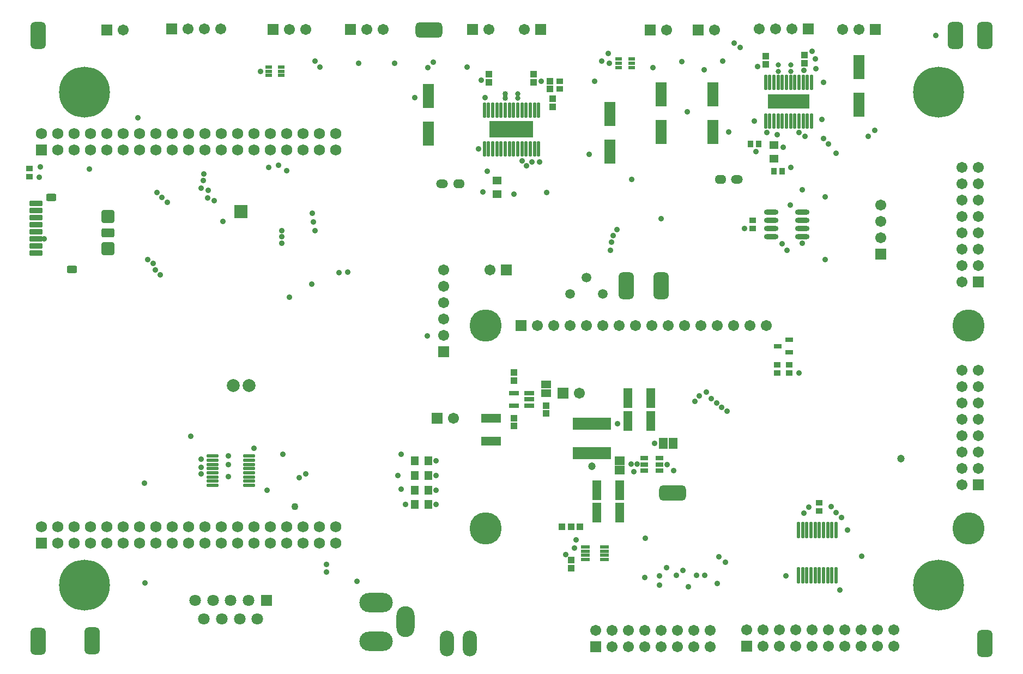
<source format=gts>
G04*
G04 #@! TF.GenerationSoftware,Altium Limited,Altium Designer,19.0.10 (269)*
G04*
G04 Layer_Color=8388736*
%FSLAX43Y43*%
%MOMM*%
G71*
G01*
G75*
G04:AMPARAMS|DCode=50|XSize=4.203mm|YSize=2.403mm|CornerRadius=0.652mm|HoleSize=0mm|Usage=FLASHONLY|Rotation=0.000|XOffset=0mm|YOffset=0mm|HoleType=Round|Shape=RoundedRectangle|*
%AMROUNDEDRECTD50*
21,1,4.203,1.100,0,0,0.0*
21,1,2.900,2.403,0,0,0.0*
1,1,1.303,1.450,-0.550*
1,1,1.303,-1.450,-0.550*
1,1,1.303,-1.450,0.550*
1,1,1.303,1.450,0.550*
%
%ADD50ROUNDEDRECTD50*%
%ADD51R,6.893X2.603*%
%ADD52O,0.553X2.403*%
G04:AMPARAMS|DCode=53|XSize=0.583mm|YSize=1.403mm|CornerRadius=0.143mm|HoleSize=0mm|Usage=FLASHONLY|Rotation=90.000|XOffset=0mm|YOffset=0mm|HoleType=Round|Shape=RoundedRectangle|*
%AMROUNDEDRECTD53*
21,1,0.583,1.116,0,0,90.0*
21,1,0.296,1.403,0,0,90.0*
1,1,0.287,0.558,0.148*
1,1,0.287,0.558,-0.148*
1,1,0.287,-0.558,-0.148*
1,1,0.287,-0.558,0.148*
%
%ADD53ROUNDEDRECTD53*%
%ADD54O,0.553X2.603*%
G04:AMPARAMS|DCode=55|XSize=2.003mm|YSize=2.003mm|CornerRadius=0.327mm|HoleSize=0mm|Usage=FLASHONLY|Rotation=90.000|XOffset=0mm|YOffset=0mm|HoleType=Round|Shape=RoundedRectangle|*
%AMROUNDEDRECTD55*
21,1,2.003,1.350,0,0,90.0*
21,1,1.350,2.003,0,0,90.0*
1,1,0.653,0.675,0.675*
1,1,0.653,0.675,-0.675*
1,1,0.653,-0.675,-0.675*
1,1,0.653,-0.675,0.675*
%
%ADD55ROUNDEDRECTD55*%
G04:AMPARAMS|DCode=56|XSize=1.403mm|YSize=2.003mm|CornerRadius=0.252mm|HoleSize=0mm|Usage=FLASHONLY|Rotation=90.000|XOffset=0mm|YOffset=0mm|HoleType=Round|Shape=RoundedRectangle|*
%AMROUNDEDRECTD56*
21,1,1.403,1.500,0,0,90.0*
21,1,0.900,2.003,0,0,90.0*
1,1,0.503,0.750,0.450*
1,1,0.503,0.750,-0.450*
1,1,0.503,-0.750,-0.450*
1,1,0.503,-0.750,0.450*
%
%ADD56ROUNDEDRECTD56*%
G04:AMPARAMS|DCode=57|XSize=1.103mm|YSize=1.603mm|CornerRadius=0.214mm|HoleSize=0mm|Usage=FLASHONLY|Rotation=90.000|XOffset=0mm|YOffset=0mm|HoleType=Round|Shape=RoundedRectangle|*
%AMROUNDEDRECTD57*
21,1,1.103,1.175,0,0,90.0*
21,1,0.675,1.603,0,0,90.0*
1,1,0.428,0.588,0.338*
1,1,0.428,0.588,-0.338*
1,1,0.428,-0.588,-0.338*
1,1,0.428,-0.588,0.338*
%
%ADD57ROUNDEDRECTD57*%
G04:AMPARAMS|DCode=58|XSize=0.903mm|YSize=2.003mm|CornerRadius=0.189mm|HoleSize=0mm|Usage=FLASHONLY|Rotation=90.000|XOffset=0mm|YOffset=0mm|HoleType=Round|Shape=RoundedRectangle|*
%AMROUNDEDRECTD58*
21,1,0.903,1.625,0,0,90.0*
21,1,0.525,2.003,0,0,90.0*
1,1,0.378,0.813,0.263*
1,1,0.378,0.813,-0.263*
1,1,0.378,-0.813,-0.263*
1,1,0.378,-0.813,0.263*
%
%ADD58ROUNDEDRECTD58*%
%ADD59R,6.403X2.203*%
%ADD60R,1.803X3.703*%
%ADD61R,1.403X1.653*%
%ADD62R,1.553X1.303*%
%ADD63R,3.103X1.353*%
%ADD64R,5.903X1.903*%
%ADD65R,1.303X1.403*%
%ADD66R,1.303X0.803*%
%ADD67R,1.053X0.953*%
%ADD68R,1.503X0.753*%
%ADD69O,1.903X0.553*%
%ADD70O,2.253X0.803*%
%ADD71R,1.003X0.503*%
%ADD72R,1.103X0.953*%
%ADD73R,1.053X0.903*%
%ADD74R,1.103X1.003*%
%ADD75R,1.353X3.103*%
%ADD76R,0.903X1.053*%
%ADD77R,1.003X1.103*%
%ADD78R,1.553X1.353*%
G04:AMPARAMS|DCode=79|XSize=4.203mm|YSize=2.403mm|CornerRadius=0.652mm|HoleSize=0mm|Usage=FLASHONLY|Rotation=90.000|XOffset=0mm|YOffset=0mm|HoleType=Round|Shape=RoundedRectangle|*
%AMROUNDEDRECTD79*
21,1,4.203,1.100,0,0,90.0*
21,1,2.900,2.403,0,0,90.0*
1,1,1.303,0.550,1.450*
1,1,1.303,0.550,-1.450*
1,1,1.303,-0.550,-1.450*
1,1,1.303,-0.550,1.450*
%
%ADD79ROUNDEDRECTD79*%
%ADD80R,1.403X1.303*%
%ADD81C,1.703*%
%ADD82R,1.703X1.703*%
%ADD83R,1.703X1.703*%
%ADD84C,5.003*%
%ADD85R,2.003X2.003*%
%ADD86C,2.003*%
%ADD87R,1.803X1.803*%
%ADD88C,1.803*%
%ADD89O,2.203X4.003*%
G04:AMPARAMS|DCode=90|XSize=5.203mm|YSize=3.003mm|CornerRadius=1.502mm|HoleSize=0mm|Usage=FLASHONLY|Rotation=0.000|XOffset=0mm|YOffset=0mm|HoleType=Round|Shape=RoundedRectangle|*
%AMROUNDEDRECTD90*
21,1,5.203,0.000,0,0,0.0*
21,1,2.200,3.003,0,0,0.0*
1,1,3.003,1.100,0.000*
1,1,3.003,-1.100,0.000*
1,1,3.003,-1.100,0.000*
1,1,3.003,1.100,0.000*
%
%ADD90ROUNDEDRECTD90*%
G04:AMPARAMS|DCode=91|XSize=4.803mm|YSize=2.803mm|CornerRadius=1.402mm|HoleSize=0mm|Usage=FLASHONLY|Rotation=270.000|XOffset=0mm|YOffset=0mm|HoleType=Round|Shape=RoundedRectangle|*
%AMROUNDEDRECTD91*
21,1,4.803,0.000,0,0,270.0*
21,1,2.000,2.803,0,0,270.0*
1,1,2.803,0.000,-1.000*
1,1,2.803,0.000,1.000*
1,1,2.803,0.000,1.000*
1,1,2.803,0.000,-1.000*
%
%ADD91ROUNDEDRECTD91*%
%ADD92C,1.503*%
%ADD93O,1.803X1.403*%
G04:AMPARAMS|DCode=94|XSize=1.803mm|YSize=1.403mm|CornerRadius=0.702mm|HoleSize=0mm|Usage=FLASHONLY|Rotation=0.000|XOffset=0mm|YOffset=0mm|HoleType=Round|Shape=RoundedRectangle|*
%AMROUNDEDRECTD94*
21,1,1.803,0.000,0,0,0.0*
21,1,0.400,1.403,0,0,0.0*
1,1,1.403,0.200,0.000*
1,1,1.403,-0.200,0.000*
1,1,1.403,-0.200,0.000*
1,1,1.403,0.200,0.000*
%
%ADD94ROUNDEDRECTD94*%
%ADD95C,1.753*%
%ADD96R,1.753X1.753*%
%ADD97C,7.903*%
%ADD98C,0.903*%
%ADD99C,1.103*%
%ADD100C,1.203*%
%ADD101C,0.803*%
%ADD102C,0.853*%
D50*
X151500Y77000D02*
D03*
X113700Y148900D02*
D03*
D51*
X126500Y133500D02*
D03*
D52*
X122275Y130500D02*
D03*
X122925D02*
D03*
X123575D02*
D03*
X124225D02*
D03*
X124875D02*
D03*
X125525D02*
D03*
X126175D02*
D03*
X126825D02*
D03*
X127475D02*
D03*
X128125D02*
D03*
X128775D02*
D03*
X129425D02*
D03*
X130075D02*
D03*
X130725D02*
D03*
X122275Y136500D02*
D03*
X122925D02*
D03*
X123575D02*
D03*
X124225D02*
D03*
X124875D02*
D03*
X125525D02*
D03*
X126175D02*
D03*
X126825D02*
D03*
X127475D02*
D03*
X128125D02*
D03*
X128775D02*
D03*
X129425D02*
D03*
X130075D02*
D03*
X130725D02*
D03*
X173125Y140800D02*
D03*
X172475D02*
D03*
X171825D02*
D03*
X171175D02*
D03*
X170525D02*
D03*
X169875D02*
D03*
X169225D02*
D03*
X168575D02*
D03*
X167925D02*
D03*
X167275D02*
D03*
X166625D02*
D03*
X165975D02*
D03*
Y134800D02*
D03*
X166625D02*
D03*
X173125D02*
D03*
X172475D02*
D03*
X171825D02*
D03*
X171175D02*
D03*
X170525D02*
D03*
X169875D02*
D03*
X169225D02*
D03*
X168575D02*
D03*
X167925D02*
D03*
X167275D02*
D03*
D53*
X138000Y68650D02*
D03*
Y68000D02*
D03*
Y67350D02*
D03*
Y66700D02*
D03*
X140950D02*
D03*
Y67350D02*
D03*
Y68000D02*
D03*
Y68650D02*
D03*
D54*
X176925Y71250D02*
D03*
X176275D02*
D03*
X175625D02*
D03*
X174975D02*
D03*
X174325D02*
D03*
X173675D02*
D03*
X173025D02*
D03*
X172375D02*
D03*
X171725D02*
D03*
X171075D02*
D03*
X176925Y64250D02*
D03*
X176275D02*
D03*
X175625D02*
D03*
X174975D02*
D03*
X174325D02*
D03*
X173675D02*
D03*
X173025D02*
D03*
X172375D02*
D03*
X171725D02*
D03*
X171075D02*
D03*
D55*
X63800Y119960D02*
D03*
Y114960D02*
D03*
D56*
Y117460D02*
D03*
D57*
X58250Y111789D02*
D03*
X55000Y122960D02*
D03*
D58*
X52600Y121970D02*
D03*
Y120870D02*
D03*
Y119770D02*
D03*
Y118670D02*
D03*
Y117570D02*
D03*
Y116470D02*
D03*
Y115370D02*
D03*
Y114270D02*
D03*
D59*
X169550Y137800D02*
D03*
D60*
X180500Y137350D02*
D03*
Y143150D02*
D03*
X149750Y138900D02*
D03*
Y133100D02*
D03*
X157750Y138900D02*
D03*
Y133100D02*
D03*
X141750Y130050D02*
D03*
Y135850D02*
D03*
X113550Y132850D02*
D03*
Y138650D02*
D03*
D61*
X151610Y84750D02*
D03*
X150110D02*
D03*
D62*
X131850Y93916D02*
D03*
Y92516D02*
D03*
D63*
X123325Y85112D02*
D03*
Y88662D02*
D03*
D64*
X139000Y83250D02*
D03*
Y87750D02*
D03*
D65*
X111450Y82000D02*
D03*
X113550D02*
D03*
Y77500D02*
D03*
X111450D02*
D03*
X113550Y79750D02*
D03*
X111450D02*
D03*
X113550Y75250D02*
D03*
X111450D02*
D03*
D66*
X167850Y99850D02*
D03*
X169650Y100800D02*
D03*
Y98900D02*
D03*
X147120Y82418D02*
D03*
Y81467D02*
D03*
Y80518D02*
D03*
X149520D02*
D03*
Y81467D02*
D03*
Y82418D02*
D03*
D67*
X167800Y95700D02*
D03*
Y96950D02*
D03*
X169650D02*
D03*
Y95700D02*
D03*
D68*
X129250Y90616D02*
D03*
Y91566D02*
D03*
Y92516D02*
D03*
X126850D02*
D03*
Y90616D02*
D03*
D69*
X80035Y82768D02*
D03*
Y82118D02*
D03*
Y81467D02*
D03*
Y80817D02*
D03*
Y80168D02*
D03*
Y79518D02*
D03*
Y78868D02*
D03*
X85735Y82768D02*
D03*
Y82118D02*
D03*
Y81467D02*
D03*
Y80817D02*
D03*
Y80168D02*
D03*
Y79518D02*
D03*
Y78868D02*
D03*
X80035Y78232D02*
D03*
X85750D02*
D03*
D70*
X166825Y120655D02*
D03*
Y119385D02*
D03*
Y118115D02*
D03*
Y116845D02*
D03*
X171675Y120655D02*
D03*
Y119385D02*
D03*
Y118115D02*
D03*
Y116845D02*
D03*
D71*
X143140Y143100D02*
D03*
Y143750D02*
D03*
Y144400D02*
D03*
X145140D02*
D03*
Y143750D02*
D03*
Y143100D02*
D03*
X90750Y141850D02*
D03*
Y142500D02*
D03*
Y143150D02*
D03*
X88750D02*
D03*
Y142500D02*
D03*
Y141850D02*
D03*
D72*
X51600Y127425D02*
D03*
Y126175D02*
D03*
X164000Y119375D02*
D03*
Y118125D02*
D03*
X174325Y74265D02*
D03*
Y75515D02*
D03*
D73*
X134000Y139750D02*
D03*
Y141000D02*
D03*
D74*
X172000Y145025D02*
D03*
Y143775D02*
D03*
X165975Y143625D02*
D03*
Y144875D02*
D03*
X135750Y65375D02*
D03*
Y66625D02*
D03*
X132500Y139750D02*
D03*
Y141000D02*
D03*
X129900Y140822D02*
D03*
Y142072D02*
D03*
X123000Y140822D02*
D03*
Y142072D02*
D03*
X126850Y94516D02*
D03*
Y95766D02*
D03*
Y88662D02*
D03*
Y87412D02*
D03*
X131850Y90616D02*
D03*
Y89366D02*
D03*
X132900Y136975D02*
D03*
Y138225D02*
D03*
D75*
X144545Y91750D02*
D03*
X148095D02*
D03*
X144545Y88250D02*
D03*
X148095D02*
D03*
X143345Y77500D02*
D03*
X139795D02*
D03*
X143345Y74000D02*
D03*
X139795D02*
D03*
D76*
X164875Y131250D02*
D03*
X163625D02*
D03*
X167275Y127000D02*
D03*
X168525D02*
D03*
D77*
X134350Y71790D02*
D03*
X137150D02*
D03*
X135750D02*
D03*
D78*
X143345Y82025D02*
D03*
Y80575D02*
D03*
D79*
X195450Y148050D02*
D03*
X61350Y54050D02*
D03*
X149750Y109250D02*
D03*
X53000Y148050D02*
D03*
X200000D02*
D03*
Y53670D02*
D03*
X53000Y54020D02*
D03*
X144328Y109250D02*
D03*
D80*
X167250Y128950D02*
D03*
Y131050D02*
D03*
X124250Y123450D02*
D03*
Y125550D02*
D03*
D81*
X117500Y88662D02*
D03*
X137040Y92500D02*
D03*
X116000Y101500D02*
D03*
Y104040D02*
D03*
Y106580D02*
D03*
Y109120D02*
D03*
Y111660D02*
D03*
X123150Y111700D02*
D03*
X66150Y148900D02*
D03*
X166100Y103000D02*
D03*
X163560D02*
D03*
X161020D02*
D03*
X158480D02*
D03*
X155940D02*
D03*
X153400D02*
D03*
X150860D02*
D03*
X148320D02*
D03*
X145780D02*
D03*
X143240D02*
D03*
X140700D02*
D03*
X138160D02*
D03*
X135620D02*
D03*
X133080D02*
D03*
X130540D02*
D03*
X163050Y55790D02*
D03*
X165590Y53250D02*
D03*
Y55790D02*
D03*
X168130Y53250D02*
D03*
Y55790D02*
D03*
X170670Y53250D02*
D03*
Y55790D02*
D03*
X173210Y53250D02*
D03*
Y55790D02*
D03*
X175750Y53250D02*
D03*
Y55790D02*
D03*
X178290Y53250D02*
D03*
Y55790D02*
D03*
X180830Y53250D02*
D03*
Y55790D02*
D03*
X185910D02*
D03*
Y53250D02*
D03*
X183370Y55790D02*
D03*
Y53250D02*
D03*
X170070Y149050D02*
D03*
X167530D02*
D03*
X164990D02*
D03*
X177960Y149000D02*
D03*
X180500D02*
D03*
X196460Y127620D02*
D03*
X199000D02*
D03*
X196460Y125080D02*
D03*
X199000D02*
D03*
X196460Y122540D02*
D03*
X199000D02*
D03*
X196460Y120000D02*
D03*
X199000D02*
D03*
X196460Y117460D02*
D03*
X199000D02*
D03*
X196460Y114920D02*
D03*
X199000D02*
D03*
X196460Y112380D02*
D03*
X199000D02*
D03*
X196460Y109840D02*
D03*
Y78340D02*
D03*
X199000Y80880D02*
D03*
X196460D02*
D03*
X199000Y83420D02*
D03*
X196460D02*
D03*
X199000Y85960D02*
D03*
X196460D02*
D03*
X199000Y88500D02*
D03*
X196460D02*
D03*
X199000Y91040D02*
D03*
X196460D02*
D03*
X199000Y93580D02*
D03*
X196460D02*
D03*
X199000Y96120D02*
D03*
X196460D02*
D03*
X139590Y55660D02*
D03*
X142130Y53120D02*
D03*
Y55660D02*
D03*
X144670Y53120D02*
D03*
Y55660D02*
D03*
X147210Y53120D02*
D03*
Y55660D02*
D03*
X149750Y53120D02*
D03*
Y55660D02*
D03*
X152290Y53120D02*
D03*
Y55660D02*
D03*
X154830Y53120D02*
D03*
Y55660D02*
D03*
X157370Y53120D02*
D03*
Y55660D02*
D03*
X158070Y148900D02*
D03*
X150610D02*
D03*
X92021Y149000D02*
D03*
X94561D02*
D03*
X104000D02*
D03*
X106540D02*
D03*
X183900Y121750D02*
D03*
Y119210D02*
D03*
Y116670D02*
D03*
X81330Y149050D02*
D03*
X78790D02*
D03*
X76250D02*
D03*
X123000Y149000D02*
D03*
X128460D02*
D03*
D82*
X114960Y88662D02*
D03*
X134500Y92500D02*
D03*
X125690Y111700D02*
D03*
X63610Y148900D02*
D03*
X128000Y103000D02*
D03*
X163050Y53250D02*
D03*
X172610Y149050D02*
D03*
X183040Y149000D02*
D03*
X139590Y53120D02*
D03*
X155530Y148900D02*
D03*
X148070D02*
D03*
X89481Y149000D02*
D03*
X101460D02*
D03*
X73710Y149050D02*
D03*
X120460Y149000D02*
D03*
X131000D02*
D03*
D83*
X116000Y98960D02*
D03*
X199000Y109840D02*
D03*
Y78340D02*
D03*
X183900Y114130D02*
D03*
D84*
X197500Y103000D02*
D03*
Y71500D02*
D03*
X122500D02*
D03*
Y103000D02*
D03*
D85*
X84500Y120750D02*
D03*
D86*
X85750Y93750D02*
D03*
X83250D02*
D03*
D87*
X88425Y60340D02*
D03*
D88*
X77345D02*
D03*
X80115D02*
D03*
X82885D02*
D03*
X85655D02*
D03*
X78730Y57500D02*
D03*
X81500D02*
D03*
X84270D02*
D03*
X87040D02*
D03*
D89*
X116500Y53670D02*
D03*
X120000D02*
D03*
D90*
X105500Y60020D02*
D03*
Y54020D02*
D03*
D91*
X110000Y57020D02*
D03*
D92*
X138160Y110520D02*
D03*
X140700Y107980D02*
D03*
X135620D02*
D03*
D93*
X158950Y125750D02*
D03*
X118300Y125000D02*
D03*
D94*
X161550Y125750D02*
D03*
X115700Y125000D02*
D03*
D95*
X76310Y71790D02*
D03*
X73770D02*
D03*
X76310Y69250D02*
D03*
X73770D02*
D03*
X71230Y71790D02*
D03*
Y69250D02*
D03*
X55990D02*
D03*
X58530D02*
D03*
X61070D02*
D03*
X63610D02*
D03*
X66150D02*
D03*
X68690D02*
D03*
X53450Y71790D02*
D03*
X55990D02*
D03*
X58530D02*
D03*
X61070D02*
D03*
X63610D02*
D03*
X66150D02*
D03*
X68690D02*
D03*
X91550D02*
D03*
X89010D02*
D03*
X86470D02*
D03*
X83930D02*
D03*
X81390D02*
D03*
X78850D02*
D03*
X91550Y69250D02*
D03*
X89010D02*
D03*
X86470D02*
D03*
X83930D02*
D03*
X81390D02*
D03*
X78850D02*
D03*
X94090D02*
D03*
Y71790D02*
D03*
X96630Y69250D02*
D03*
X99170D02*
D03*
X96630Y71790D02*
D03*
X99170D02*
D03*
X99170Y132790D02*
D03*
X96630D02*
D03*
X99170Y130250D02*
D03*
X96630D02*
D03*
X94090Y132790D02*
D03*
Y130250D02*
D03*
X78850D02*
D03*
X81390D02*
D03*
X83930D02*
D03*
X86470D02*
D03*
X89010D02*
D03*
X91550D02*
D03*
X78850Y132790D02*
D03*
X81390D02*
D03*
X83930D02*
D03*
X86470D02*
D03*
X89010D02*
D03*
X91550D02*
D03*
X68690D02*
D03*
X66150D02*
D03*
X63610D02*
D03*
X61070D02*
D03*
X58530D02*
D03*
X55990D02*
D03*
X53450D02*
D03*
X68690Y130250D02*
D03*
X66150D02*
D03*
X63610D02*
D03*
X61070D02*
D03*
X58530D02*
D03*
X55990D02*
D03*
X71230D02*
D03*
Y132790D02*
D03*
X73770Y130250D02*
D03*
X76310D02*
D03*
X73770Y132790D02*
D03*
X76310D02*
D03*
D96*
X53450Y69250D02*
D03*
X53450Y130250D02*
D03*
D97*
X192840Y139300D02*
D03*
Y62700D02*
D03*
X60160D02*
D03*
Y139300D02*
D03*
D98*
X123750Y132950D02*
D03*
Y134050D02*
D03*
X124850Y132950D02*
D03*
Y134050D02*
D03*
X125950Y132950D02*
D03*
Y134050D02*
D03*
X127050Y132950D02*
D03*
Y134050D02*
D03*
X128150D02*
D03*
X129250D02*
D03*
X128150Y132950D02*
D03*
X129250D02*
D03*
X171950Y142650D02*
D03*
X176900Y129800D02*
D03*
X192400Y148050D02*
D03*
X159150Y90300D02*
D03*
X158350Y91000D02*
D03*
X157550Y91700D02*
D03*
X156770Y92700D02*
D03*
X155000Y91250D02*
D03*
X155700Y92100D02*
D03*
X161100Y146900D02*
D03*
X141500Y145300D02*
D03*
X162000Y146250D02*
D03*
X140500Y144129D02*
D03*
X175750Y131250D02*
D03*
X90300Y127900D02*
D03*
X175000Y132100D02*
D03*
X181900Y132427D02*
D03*
X182950Y133350D02*
D03*
X142850Y117950D02*
D03*
X142300Y117000D02*
D03*
X142050Y115950D02*
D03*
X168700Y130700D02*
D03*
X167750Y132700D02*
D03*
X174750Y135000D02*
D03*
X164250Y134750D02*
D03*
X172100Y132427D02*
D03*
X171200Y133000D02*
D03*
X173750Y142875D02*
D03*
X174975Y140773D02*
D03*
X166200Y133000D02*
D03*
X145100Y81500D02*
D03*
X53900Y116450D02*
D03*
X53100Y126100D02*
D03*
X53300Y127651D02*
D03*
X96000Y117800D02*
D03*
X90800Y115800D02*
D03*
X95750Y119150D02*
D03*
X90800Y116800D02*
D03*
X95550Y120450D02*
D03*
X90800Y117800D02*
D03*
X73000Y122150D02*
D03*
X71400Y123700D02*
D03*
X72200Y122900D02*
D03*
X81650Y119240D02*
D03*
X92000Y107400D02*
D03*
X113400Y101400D02*
D03*
X177750Y73225D02*
D03*
X70833Y112669D02*
D03*
X176925Y74000D02*
D03*
X71181Y111669D02*
D03*
X178700Y71250D02*
D03*
X176169Y74890D02*
D03*
X71900Y110900D02*
D03*
X172700Y74800D02*
D03*
X171900Y73900D02*
D03*
X88750Y127620D02*
D03*
X95500Y109500D02*
D03*
X159700Y66300D02*
D03*
X158700Y67100D02*
D03*
X60950Y127300D02*
D03*
X126900Y123400D02*
D03*
X132000Y123650D02*
D03*
X108875Y79750D02*
D03*
X94500Y80000D02*
D03*
X101054Y111354D02*
D03*
X109395Y77605D02*
D03*
X93500Y79400D02*
D03*
X99700Y111250D02*
D03*
X141900Y114700D02*
D03*
X113500Y143100D02*
D03*
X119600Y143200D02*
D03*
X68500Y135250D02*
D03*
X114350Y143900D02*
D03*
X138600Y129600D02*
D03*
X128125Y128577D02*
D03*
X128856Y127800D02*
D03*
X130900Y128400D02*
D03*
X145200Y125725D02*
D03*
X172300Y138350D02*
D03*
Y137250D02*
D03*
X171200Y138350D02*
D03*
Y137250D02*
D03*
X170100Y138350D02*
D03*
Y137250D02*
D03*
X169000Y138350D02*
D03*
Y137250D02*
D03*
X167900Y138350D02*
D03*
Y137250D02*
D03*
X166800Y138350D02*
D03*
Y137250D02*
D03*
X145500Y80300D02*
D03*
X146000Y81500D02*
D03*
X70000Y113250D02*
D03*
X79400Y124000D02*
D03*
X79300Y122800D02*
D03*
X78600Y125550D02*
D03*
X78730Y126600D02*
D03*
X129700Y128400D02*
D03*
X141684Y143750D02*
D03*
X173675Y144400D02*
D03*
X173171Y145650D02*
D03*
X169800Y121700D02*
D03*
X169300Y114700D02*
D03*
X160000Y89700D02*
D03*
X153096Y65004D02*
D03*
X150550Y65400D02*
D03*
X122100Y123790D02*
D03*
X122750Y127000D02*
D03*
X162700Y118100D02*
D03*
X171150Y95700D02*
D03*
X171700Y124100D02*
D03*
Y115800D02*
D03*
X153800Y136200D02*
D03*
X69600Y63050D02*
D03*
X147210Y63900D02*
D03*
X169100Y64200D02*
D03*
X76700Y85800D02*
D03*
X69500Y78600D02*
D03*
X110020Y75300D02*
D03*
X114750Y75250D02*
D03*
X102500Y63300D02*
D03*
X134900Y67500D02*
D03*
X91550Y127100D02*
D03*
X80300Y122400D02*
D03*
X78300Y124400D02*
D03*
X121400Y130500D02*
D03*
X122400Y138400D02*
D03*
X121800Y141100D02*
D03*
X131100Y141000D02*
D03*
X139425Y140975D02*
D03*
X168525Y115750D02*
D03*
X164500Y130050D02*
D03*
X149500Y64200D02*
D03*
Y62700D02*
D03*
X91000Y83043D02*
D03*
X180905Y67250D02*
D03*
X97750Y65975D02*
D03*
Y64750D02*
D03*
X111450Y138425D02*
D03*
X88500Y77500D02*
D03*
X87500Y142500D02*
D03*
X108375Y143750D02*
D03*
X96750Y143150D02*
D03*
X96000Y144129D02*
D03*
X102750Y143750D02*
D03*
X109340Y83043D02*
D03*
X159320Y144129D02*
D03*
X156400Y142750D02*
D03*
X153000Y144000D02*
D03*
X148500Y143100D02*
D03*
X169875Y127620D02*
D03*
X160250Y133100D02*
D03*
X149750Y119620D02*
D03*
X164750Y143250D02*
D03*
X175250Y113250D02*
D03*
Y123000D02*
D03*
X156500Y64250D02*
D03*
X155250D02*
D03*
X154000Y62500D02*
D03*
X152120Y64250D02*
D03*
X82500Y79592D02*
D03*
Y82768D02*
D03*
Y81467D02*
D03*
X78250Y80000D02*
D03*
Y81000D02*
D03*
Y82250D02*
D03*
X86470Y84000D02*
D03*
X177500Y61950D02*
D03*
X158500Y63000D02*
D03*
X114750Y82000D02*
D03*
Y77500D02*
D03*
Y79750D02*
D03*
X151702Y80525D02*
D03*
X143000Y87750D02*
D03*
X150695Y81467D02*
D03*
X148750Y84750D02*
D03*
X147250Y70000D02*
D03*
X136250Y68500D02*
D03*
X136500Y69750D02*
D03*
D99*
X92850Y74890D02*
D03*
D100*
X187000Y82400D02*
D03*
X139000Y81200D02*
D03*
D101*
X167925Y143508D02*
D03*
X169875Y143500D02*
D03*
X167925Y142500D02*
D03*
X169875D02*
D03*
X127500Y139000D02*
D03*
Y138300D02*
D03*
D102*
X125500Y138300D02*
D03*
X125525Y139000D02*
D03*
M02*

</source>
